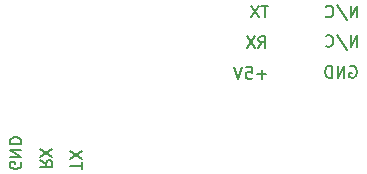
<source format=gbr>
%TF.GenerationSoftware,KiCad,Pcbnew,7.0.2*%
%TF.CreationDate,2023-06-02T20:19:36-04:00*%
%TF.ProjectId,Zaelio_USB_YHP,5a61656c-696f-45f5-9553-425f5948502e,rev?*%
%TF.SameCoordinates,Original*%
%TF.FileFunction,Legend,Bot*%
%TF.FilePolarity,Positive*%
%FSLAX46Y46*%
G04 Gerber Fmt 4.6, Leading zero omitted, Abs format (unit mm)*
G04 Created by KiCad (PCBNEW 7.0.2) date 2023-06-02 20:19:36*
%MOMM*%
%LPD*%
G01*
G04 APERTURE LIST*
%ADD10C,0.150000*%
G04 APERTURE END LIST*
D10*
X148638095Y-54225238D02*
X148733333Y-54177619D01*
X148733333Y-54177619D02*
X148876190Y-54177619D01*
X148876190Y-54177619D02*
X149019047Y-54225238D01*
X149019047Y-54225238D02*
X149114285Y-54320476D01*
X149114285Y-54320476D02*
X149161904Y-54415714D01*
X149161904Y-54415714D02*
X149209523Y-54606190D01*
X149209523Y-54606190D02*
X149209523Y-54749047D01*
X149209523Y-54749047D02*
X149161904Y-54939523D01*
X149161904Y-54939523D02*
X149114285Y-55034761D01*
X149114285Y-55034761D02*
X149019047Y-55130000D01*
X149019047Y-55130000D02*
X148876190Y-55177619D01*
X148876190Y-55177619D02*
X148780952Y-55177619D01*
X148780952Y-55177619D02*
X148638095Y-55130000D01*
X148638095Y-55130000D02*
X148590476Y-55082380D01*
X148590476Y-55082380D02*
X148590476Y-54749047D01*
X148590476Y-54749047D02*
X148780952Y-54749047D01*
X148161904Y-55177619D02*
X148161904Y-54177619D01*
X148161904Y-54177619D02*
X147590476Y-55177619D01*
X147590476Y-55177619D02*
X147590476Y-54177619D01*
X147114285Y-55177619D02*
X147114285Y-54177619D01*
X147114285Y-54177619D02*
X146876190Y-54177619D01*
X146876190Y-54177619D02*
X146733333Y-54225238D01*
X146733333Y-54225238D02*
X146638095Y-54320476D01*
X146638095Y-54320476D02*
X146590476Y-54415714D01*
X146590476Y-54415714D02*
X146542857Y-54606190D01*
X146542857Y-54606190D02*
X146542857Y-54749047D01*
X146542857Y-54749047D02*
X146590476Y-54939523D01*
X146590476Y-54939523D02*
X146638095Y-55034761D01*
X146638095Y-55034761D02*
X146733333Y-55130000D01*
X146733333Y-55130000D02*
X146876190Y-55177619D01*
X146876190Y-55177619D02*
X147114285Y-55177619D01*
X149261904Y-50077619D02*
X149261904Y-49077619D01*
X149261904Y-49077619D02*
X148690476Y-50077619D01*
X148690476Y-50077619D02*
X148690476Y-49077619D01*
X147500000Y-49030000D02*
X148357142Y-50315714D01*
X146595238Y-49982380D02*
X146642857Y-50030000D01*
X146642857Y-50030000D02*
X146785714Y-50077619D01*
X146785714Y-50077619D02*
X146880952Y-50077619D01*
X146880952Y-50077619D02*
X147023809Y-50030000D01*
X147023809Y-50030000D02*
X147119047Y-49934761D01*
X147119047Y-49934761D02*
X147166666Y-49839523D01*
X147166666Y-49839523D02*
X147214285Y-49649047D01*
X147214285Y-49649047D02*
X147214285Y-49506190D01*
X147214285Y-49506190D02*
X147166666Y-49315714D01*
X147166666Y-49315714D02*
X147119047Y-49220476D01*
X147119047Y-49220476D02*
X147023809Y-49125238D01*
X147023809Y-49125238D02*
X146880952Y-49077619D01*
X146880952Y-49077619D02*
X146785714Y-49077619D01*
X146785714Y-49077619D02*
X146642857Y-49125238D01*
X146642857Y-49125238D02*
X146595238Y-49172857D01*
X125922380Y-62904761D02*
X125922380Y-62333333D01*
X124922380Y-62619047D02*
X125922380Y-62619047D01*
X125922380Y-62095237D02*
X124922380Y-61428571D01*
X125922380Y-61428571D02*
X124922380Y-62095237D01*
X149261904Y-52577619D02*
X149261904Y-51577619D01*
X149261904Y-51577619D02*
X148690476Y-52577619D01*
X148690476Y-52577619D02*
X148690476Y-51577619D01*
X147500000Y-51530000D02*
X148357142Y-52815714D01*
X146595238Y-52482380D02*
X146642857Y-52530000D01*
X146642857Y-52530000D02*
X146785714Y-52577619D01*
X146785714Y-52577619D02*
X146880952Y-52577619D01*
X146880952Y-52577619D02*
X147023809Y-52530000D01*
X147023809Y-52530000D02*
X147119047Y-52434761D01*
X147119047Y-52434761D02*
X147166666Y-52339523D01*
X147166666Y-52339523D02*
X147214285Y-52149047D01*
X147214285Y-52149047D02*
X147214285Y-52006190D01*
X147214285Y-52006190D02*
X147166666Y-51815714D01*
X147166666Y-51815714D02*
X147119047Y-51720476D01*
X147119047Y-51720476D02*
X147023809Y-51625238D01*
X147023809Y-51625238D02*
X146880952Y-51577619D01*
X146880952Y-51577619D02*
X146785714Y-51577619D01*
X146785714Y-51577619D02*
X146642857Y-51625238D01*
X146642857Y-51625238D02*
X146595238Y-51672857D01*
X120774761Y-62338095D02*
X120822380Y-62433333D01*
X120822380Y-62433333D02*
X120822380Y-62576190D01*
X120822380Y-62576190D02*
X120774761Y-62719047D01*
X120774761Y-62719047D02*
X120679523Y-62814285D01*
X120679523Y-62814285D02*
X120584285Y-62861904D01*
X120584285Y-62861904D02*
X120393809Y-62909523D01*
X120393809Y-62909523D02*
X120250952Y-62909523D01*
X120250952Y-62909523D02*
X120060476Y-62861904D01*
X120060476Y-62861904D02*
X119965238Y-62814285D01*
X119965238Y-62814285D02*
X119870000Y-62719047D01*
X119870000Y-62719047D02*
X119822380Y-62576190D01*
X119822380Y-62576190D02*
X119822380Y-62480952D01*
X119822380Y-62480952D02*
X119870000Y-62338095D01*
X119870000Y-62338095D02*
X119917619Y-62290476D01*
X119917619Y-62290476D02*
X120250952Y-62290476D01*
X120250952Y-62290476D02*
X120250952Y-62480952D01*
X119822380Y-61861904D02*
X120822380Y-61861904D01*
X120822380Y-61861904D02*
X119822380Y-61290476D01*
X119822380Y-61290476D02*
X120822380Y-61290476D01*
X119822380Y-60814285D02*
X120822380Y-60814285D01*
X120822380Y-60814285D02*
X120822380Y-60576190D01*
X120822380Y-60576190D02*
X120774761Y-60433333D01*
X120774761Y-60433333D02*
X120679523Y-60338095D01*
X120679523Y-60338095D02*
X120584285Y-60290476D01*
X120584285Y-60290476D02*
X120393809Y-60242857D01*
X120393809Y-60242857D02*
X120250952Y-60242857D01*
X120250952Y-60242857D02*
X120060476Y-60290476D01*
X120060476Y-60290476D02*
X119965238Y-60338095D01*
X119965238Y-60338095D02*
X119870000Y-60433333D01*
X119870000Y-60433333D02*
X119822380Y-60576190D01*
X119822380Y-60576190D02*
X119822380Y-60814285D01*
X141561904Y-54896666D02*
X140800000Y-54896666D01*
X141180952Y-55277619D02*
X141180952Y-54515714D01*
X139847619Y-54277619D02*
X140323809Y-54277619D01*
X140323809Y-54277619D02*
X140371428Y-54753809D01*
X140371428Y-54753809D02*
X140323809Y-54706190D01*
X140323809Y-54706190D02*
X140228571Y-54658571D01*
X140228571Y-54658571D02*
X139990476Y-54658571D01*
X139990476Y-54658571D02*
X139895238Y-54706190D01*
X139895238Y-54706190D02*
X139847619Y-54753809D01*
X139847619Y-54753809D02*
X139800000Y-54849047D01*
X139800000Y-54849047D02*
X139800000Y-55087142D01*
X139800000Y-55087142D02*
X139847619Y-55182380D01*
X139847619Y-55182380D02*
X139895238Y-55230000D01*
X139895238Y-55230000D02*
X139990476Y-55277619D01*
X139990476Y-55277619D02*
X140228571Y-55277619D01*
X140228571Y-55277619D02*
X140323809Y-55230000D01*
X140323809Y-55230000D02*
X140371428Y-55182380D01*
X139514285Y-54277619D02*
X139180952Y-55277619D01*
X139180952Y-55277619D02*
X138847619Y-54277619D01*
X141704761Y-49077619D02*
X141133333Y-49077619D01*
X141419047Y-50077619D02*
X141419047Y-49077619D01*
X140895237Y-49077619D02*
X140228571Y-50077619D01*
X140228571Y-49077619D02*
X140895237Y-50077619D01*
X140890476Y-52677619D02*
X141223809Y-52201428D01*
X141461904Y-52677619D02*
X141461904Y-51677619D01*
X141461904Y-51677619D02*
X141080952Y-51677619D01*
X141080952Y-51677619D02*
X140985714Y-51725238D01*
X140985714Y-51725238D02*
X140938095Y-51772857D01*
X140938095Y-51772857D02*
X140890476Y-51868095D01*
X140890476Y-51868095D02*
X140890476Y-52010952D01*
X140890476Y-52010952D02*
X140938095Y-52106190D01*
X140938095Y-52106190D02*
X140985714Y-52153809D01*
X140985714Y-52153809D02*
X141080952Y-52201428D01*
X141080952Y-52201428D02*
X141461904Y-52201428D01*
X140557142Y-51677619D02*
X139890476Y-52677619D01*
X139890476Y-51677619D02*
X140557142Y-52677619D01*
X122422380Y-62190476D02*
X122898571Y-62523809D01*
X122422380Y-62761904D02*
X123422380Y-62761904D01*
X123422380Y-62761904D02*
X123422380Y-62380952D01*
X123422380Y-62380952D02*
X123374761Y-62285714D01*
X123374761Y-62285714D02*
X123327142Y-62238095D01*
X123327142Y-62238095D02*
X123231904Y-62190476D01*
X123231904Y-62190476D02*
X123089047Y-62190476D01*
X123089047Y-62190476D02*
X122993809Y-62238095D01*
X122993809Y-62238095D02*
X122946190Y-62285714D01*
X122946190Y-62285714D02*
X122898571Y-62380952D01*
X122898571Y-62380952D02*
X122898571Y-62761904D01*
X123422380Y-61857142D02*
X122422380Y-61190476D01*
X123422380Y-61190476D02*
X122422380Y-61857142D01*
M02*

</source>
